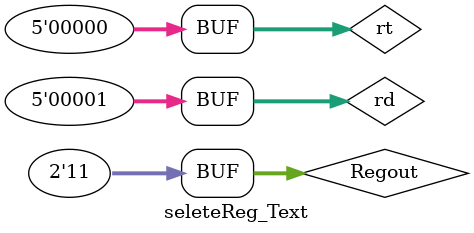
<source format=v>
`timescale 1ns / 1ps


module seleteReg_Text;

	// Inputs
	reg [4:0] rt;
	reg [4:0] rd;
	reg [1:0] Regout;

	// Outputs
	wire [4:0] result;

	// Instantiate the Unit Under Test (UUT)
	SeleteWriReg uut (
		.result(result), 
		.rt(rt), 
		.rd(rd), 
		.Regout(Regout)
	);

	initial begin
		// Initialize Inputs
		rt = 5'b00000;
		rd = 5'b00000;
		Regout = 2'b00;

		// Wait 100 ns for global reset to finish
		#100;
        
		// Add stimulus here
		rt = 5'b00000;
		rd = 5'b00000;
		Regout = 2'b01;
		
		#100;
        
		// Add stimulus here
		rt = 5'b00000;
		rd = 5'b00001;
		Regout = 2'b10;
		
		#100;
        
		// Add stimulus here
		rt = 5'b00000;
		rd = 5'b00001;
		Regout = 2'b11;


	end
      
endmodule


</source>
